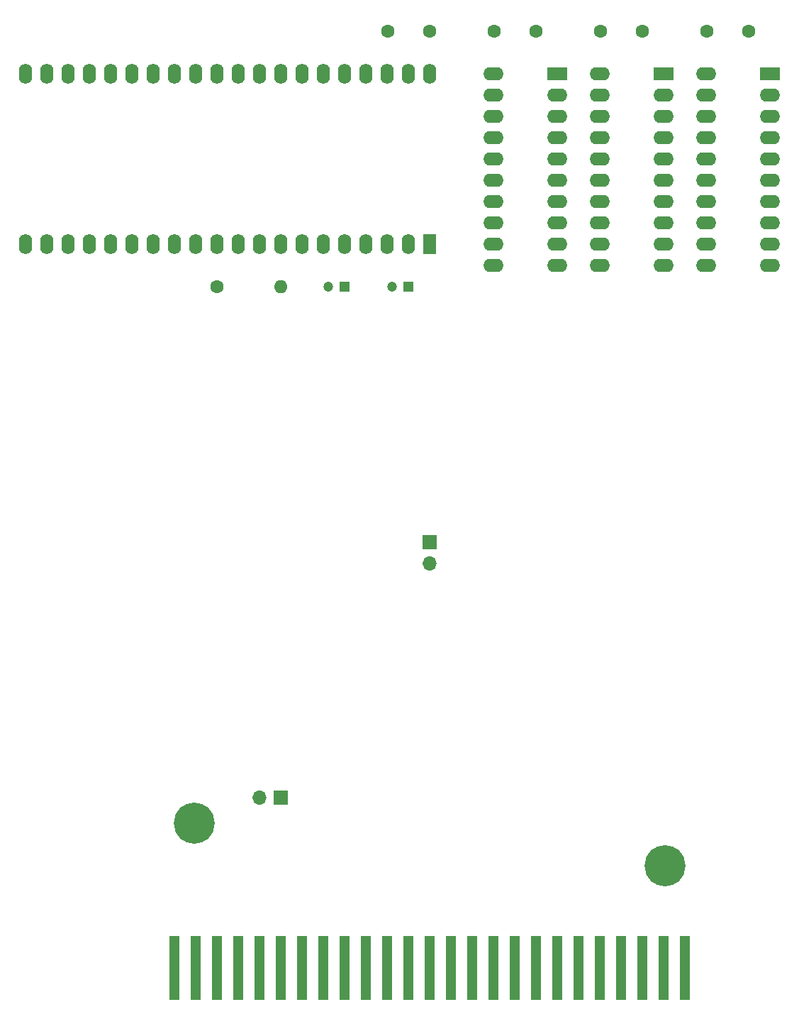
<source format=gbs>
G04 #@! TF.GenerationSoftware,KiCad,Pcbnew,(6.0.9)*
G04 #@! TF.CreationDate,2024-04-26T19:01:12+02:00*
G04 #@! TF.ProjectId,Cartucho_MSX_LCD_Tang_Nano_20k,43617274-7563-4686-9f5f-4d53585f4c43,rev?*
G04 #@! TF.SameCoordinates,Original*
G04 #@! TF.FileFunction,Soldermask,Bot*
G04 #@! TF.FilePolarity,Negative*
%FSLAX46Y46*%
G04 Gerber Fmt 4.6, Leading zero omitted, Abs format (unit mm)*
G04 Created by KiCad (PCBNEW (6.0.9)) date 2024-04-26 19:01:12*
%MOMM*%
%LPD*%
G01*
G04 APERTURE LIST*
%ADD10C,4.900000*%
%ADD11R,1.270000X7.620000*%
%ADD12C,1.600000*%
%ADD13O,1.600000X1.600000*%
%ADD14R,2.400000X1.600000*%
%ADD15O,2.400000X1.600000*%
%ADD16R,1.200000X1.200000*%
%ADD17C,1.200000*%
%ADD18R,1.700000X1.700000*%
%ADD19O,1.700000X1.700000*%
%ADD20R,1.600000X2.400000*%
%ADD21O,1.600000X2.400000*%
G04 APERTURE END LIST*
D10*
X139860000Y-145345000D03*
X83660000Y-140245000D03*
D11*
X142240000Y-157480000D03*
X139700000Y-157480000D03*
X137160000Y-157480000D03*
X134620000Y-157480000D03*
X132080000Y-157480000D03*
X129540000Y-157480000D03*
X127000000Y-157480000D03*
X124460000Y-157480000D03*
X121920000Y-157480000D03*
X119380000Y-157480000D03*
X116840000Y-157480000D03*
X114300000Y-157480000D03*
X111760000Y-157480000D03*
X109220000Y-157480000D03*
X106680000Y-157480000D03*
X104140000Y-157480000D03*
X101600000Y-157480000D03*
X99060000Y-157480000D03*
X96520000Y-157480000D03*
X93980000Y-157480000D03*
X91440000Y-157480000D03*
X88900000Y-157480000D03*
X86360000Y-157480000D03*
X83820000Y-157480000D03*
X81280000Y-157480000D03*
D12*
X124460000Y-45720000D03*
X119460000Y-45720000D03*
X86360000Y-76200000D03*
D13*
X93980000Y-76200000D03*
D14*
X127000000Y-50800000D03*
D15*
X127000000Y-53340000D03*
X127000000Y-55880000D03*
X127000000Y-58420000D03*
X127000000Y-60960000D03*
X127000000Y-63500000D03*
X127000000Y-66040000D03*
X127000000Y-68580000D03*
X127000000Y-71120000D03*
X127000000Y-73660000D03*
X119380000Y-73660000D03*
X119380000Y-71120000D03*
X119380000Y-68580000D03*
X119380000Y-66040000D03*
X119380000Y-63500000D03*
X119380000Y-60960000D03*
X119380000Y-58420000D03*
X119380000Y-55880000D03*
X119380000Y-53340000D03*
X119380000Y-50800000D03*
D16*
X101600000Y-76200000D03*
D17*
X99600000Y-76200000D03*
D16*
X109220000Y-76200000D03*
D17*
X107220000Y-76200000D03*
D12*
X111760000Y-45720000D03*
X106760000Y-45720000D03*
X149860000Y-45720000D03*
X144860000Y-45720000D03*
D14*
X152400000Y-50800000D03*
D15*
X152400000Y-53340000D03*
X152400000Y-55880000D03*
X152400000Y-58420000D03*
X152400000Y-60960000D03*
X152400000Y-63500000D03*
X152400000Y-66040000D03*
X152400000Y-68580000D03*
X152400000Y-71120000D03*
X152400000Y-73660000D03*
X144780000Y-73660000D03*
X144780000Y-71120000D03*
X144780000Y-68580000D03*
X144780000Y-66040000D03*
X144780000Y-63500000D03*
X144780000Y-60960000D03*
X144780000Y-58420000D03*
X144780000Y-55880000D03*
X144780000Y-53340000D03*
X144780000Y-50800000D03*
D18*
X93980000Y-137160000D03*
D19*
X91440000Y-137160000D03*
D14*
X139700000Y-50800000D03*
D15*
X139700000Y-53340000D03*
X139700000Y-55880000D03*
X139700000Y-58420000D03*
X139700000Y-60960000D03*
X139700000Y-63500000D03*
X139700000Y-66040000D03*
X139700000Y-68580000D03*
X139700000Y-71120000D03*
X139700000Y-73660000D03*
X132080000Y-73660000D03*
X132080000Y-71120000D03*
X132080000Y-68580000D03*
X132080000Y-66040000D03*
X132080000Y-63500000D03*
X132080000Y-60960000D03*
X132080000Y-58420000D03*
X132080000Y-55880000D03*
X132080000Y-53340000D03*
X132080000Y-50800000D03*
D20*
X111760000Y-71120000D03*
D21*
X109220000Y-71120000D03*
X106680000Y-71120000D03*
X104140000Y-71120000D03*
X101600000Y-71120000D03*
X99060000Y-71120000D03*
X96520000Y-71120000D03*
X93980000Y-71120000D03*
X91440000Y-71120000D03*
X88900000Y-71120000D03*
X86360000Y-71120000D03*
X83820000Y-71120000D03*
X81280000Y-71120000D03*
X78740000Y-71120000D03*
X76200000Y-71120000D03*
X73660000Y-71120000D03*
X71120000Y-71120000D03*
X68580000Y-71120000D03*
X66040000Y-71120000D03*
X63500000Y-71120000D03*
X63500000Y-50800000D03*
X66040000Y-50800000D03*
X68580000Y-50800000D03*
X71120000Y-50800000D03*
X73660000Y-50800000D03*
X76200000Y-50800000D03*
X78740000Y-50800000D03*
X81280000Y-50800000D03*
X83820000Y-50800000D03*
X86360000Y-50800000D03*
X88900000Y-50800000D03*
X91440000Y-50800000D03*
X93980000Y-50800000D03*
X96520000Y-50800000D03*
X99060000Y-50800000D03*
X101600000Y-50800000D03*
X104140000Y-50800000D03*
X106680000Y-50800000D03*
X109220000Y-50800000D03*
X111760000Y-50800000D03*
D12*
X137160000Y-45720000D03*
X132160000Y-45720000D03*
D18*
X111760000Y-106680000D03*
D19*
X111760000Y-109220000D03*
M02*

</source>
